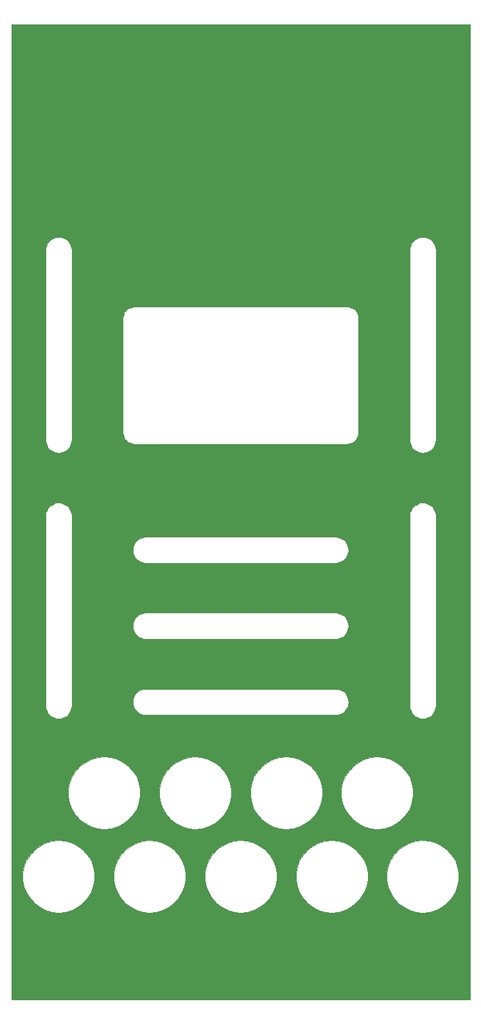
<source format=gbl>
G04 #@! TF.GenerationSoftware,KiCad,Pcbnew,(5.1.4)-1*
G04 #@! TF.CreationDate,2020-06-21T13:41:14+09:00*
G04 #@! TF.ProjectId,dooper-panel,646f6f70-6572-42d7-9061-6e656c2e6b69,rev?*
G04 #@! TF.SameCoordinates,Original*
G04 #@! TF.FileFunction,Copper,L2,Bot*
G04 #@! TF.FilePolarity,Positive*
%FSLAX46Y46*%
G04 Gerber Fmt 4.6, Leading zero omitted, Abs format (unit mm)*
G04 Created by KiCad (PCBNEW (5.1.4)-1) date 2020-06-21 13:41:14*
%MOMM*%
%LPD*%
G04 APERTURE LIST*
%ADD10O,8.000000X5.200000*%
%ADD11C,7.500000*%
%ADD12C,4.500000*%
%ADD13C,0.025400*%
G04 APERTURE END LIST*
D10*
X57401000Y-53000000D03*
X103101000Y-53000000D03*
D11*
X56250000Y-64750000D03*
X68250000Y-64750000D03*
X80250000Y-64750000D03*
X92250000Y-64750000D03*
X104250000Y-64750000D03*
X68250000Y-76250000D03*
X80250000Y-76250000D03*
X92250000Y-76250000D03*
D12*
X107250000Y-153250000D03*
X53250000Y-153250000D03*
D10*
X57401000Y-175500000D03*
X103101000Y-175500000D03*
D13*
G36*
X110462301Y-178462300D02*
G01*
X50037700Y-178462300D01*
X50037700Y-161811015D01*
X51512596Y-161811015D01*
X51512596Y-162688985D01*
X51673922Y-163552006D01*
X51991082Y-164370689D01*
X52453273Y-165117155D01*
X53044758Y-165765983D01*
X53745394Y-166295078D01*
X54531321Y-166686423D01*
X55375775Y-166926691D01*
X56250000Y-167007700D01*
X57124225Y-166926691D01*
X57968679Y-166686423D01*
X58754606Y-166295078D01*
X59455242Y-165765983D01*
X60046727Y-165117155D01*
X60508918Y-164370689D01*
X60826078Y-163552006D01*
X60987404Y-162688985D01*
X60987404Y-161811015D01*
X63512596Y-161811015D01*
X63512596Y-162688985D01*
X63673922Y-163552006D01*
X63991082Y-164370689D01*
X64453273Y-165117155D01*
X65044758Y-165765983D01*
X65745394Y-166295078D01*
X66531321Y-166686423D01*
X67375775Y-166926691D01*
X68250000Y-167007700D01*
X69124225Y-166926691D01*
X69968679Y-166686423D01*
X70754606Y-166295078D01*
X71455242Y-165765983D01*
X72046727Y-165117155D01*
X72508918Y-164370689D01*
X72826078Y-163552006D01*
X72987404Y-162688985D01*
X72987404Y-161811015D01*
X75512596Y-161811015D01*
X75512596Y-162688985D01*
X75673922Y-163552006D01*
X75991082Y-164370689D01*
X76453273Y-165117155D01*
X77044758Y-165765983D01*
X77745394Y-166295078D01*
X78531321Y-166686423D01*
X79375775Y-166926691D01*
X80250000Y-167007700D01*
X81124225Y-166926691D01*
X81968679Y-166686423D01*
X82754606Y-166295078D01*
X83455242Y-165765983D01*
X84046727Y-165117155D01*
X84508918Y-164370689D01*
X84826078Y-163552006D01*
X84987404Y-162688985D01*
X84987404Y-161811015D01*
X87512596Y-161811015D01*
X87512596Y-162688985D01*
X87673922Y-163552006D01*
X87991082Y-164370689D01*
X88453273Y-165117155D01*
X89044758Y-165765983D01*
X89745394Y-166295078D01*
X90531321Y-166686423D01*
X91375775Y-166926691D01*
X92250000Y-167007700D01*
X93124225Y-166926691D01*
X93968679Y-166686423D01*
X94754606Y-166295078D01*
X95455242Y-165765983D01*
X96046727Y-165117155D01*
X96508918Y-164370689D01*
X96826078Y-163552006D01*
X96987404Y-162688985D01*
X96987404Y-161811015D01*
X99512596Y-161811015D01*
X99512596Y-162688985D01*
X99673922Y-163552006D01*
X99991082Y-164370689D01*
X100453273Y-165117155D01*
X101044758Y-165765983D01*
X101745394Y-166295078D01*
X102531321Y-166686423D01*
X103375775Y-166926691D01*
X104250000Y-167007700D01*
X105124225Y-166926691D01*
X105968679Y-166686423D01*
X106754606Y-166295078D01*
X107455242Y-165765983D01*
X108046727Y-165117155D01*
X108508918Y-164370689D01*
X108826078Y-163552006D01*
X108987404Y-162688985D01*
X108987404Y-161811015D01*
X108826078Y-160947994D01*
X108508918Y-160129311D01*
X108046727Y-159382845D01*
X107455242Y-158734017D01*
X106754606Y-158204922D01*
X105968679Y-157813577D01*
X105124225Y-157573309D01*
X104250000Y-157492300D01*
X103375775Y-157573309D01*
X102531321Y-157813577D01*
X101745394Y-158204922D01*
X101044758Y-158734017D01*
X100453273Y-159382845D01*
X99991082Y-160129311D01*
X99673922Y-160947994D01*
X99512596Y-161811015D01*
X96987404Y-161811015D01*
X96826078Y-160947994D01*
X96508918Y-160129311D01*
X96046727Y-159382845D01*
X95455242Y-158734017D01*
X94754606Y-158204922D01*
X93968679Y-157813577D01*
X93124225Y-157573309D01*
X92250000Y-157492300D01*
X91375775Y-157573309D01*
X90531321Y-157813577D01*
X89745394Y-158204922D01*
X89044758Y-158734017D01*
X88453273Y-159382845D01*
X87991082Y-160129311D01*
X87673922Y-160947994D01*
X87512596Y-161811015D01*
X84987404Y-161811015D01*
X84826078Y-160947994D01*
X84508918Y-160129311D01*
X84046727Y-159382845D01*
X83455242Y-158734017D01*
X82754606Y-158204922D01*
X81968679Y-157813577D01*
X81124225Y-157573309D01*
X80250000Y-157492300D01*
X79375775Y-157573309D01*
X78531321Y-157813577D01*
X77745394Y-158204922D01*
X77044758Y-158734017D01*
X76453273Y-159382845D01*
X75991082Y-160129311D01*
X75673922Y-160947994D01*
X75512596Y-161811015D01*
X72987404Y-161811015D01*
X72826078Y-160947994D01*
X72508918Y-160129311D01*
X72046727Y-159382845D01*
X71455242Y-158734017D01*
X70754606Y-158204922D01*
X69968679Y-157813577D01*
X69124225Y-157573309D01*
X68250000Y-157492300D01*
X67375775Y-157573309D01*
X66531321Y-157813577D01*
X65745394Y-158204922D01*
X65044758Y-158734017D01*
X64453273Y-159382845D01*
X63991082Y-160129311D01*
X63673922Y-160947994D01*
X63512596Y-161811015D01*
X60987404Y-161811015D01*
X60826078Y-160947994D01*
X60508918Y-160129311D01*
X60046727Y-159382845D01*
X59455242Y-158734017D01*
X58754606Y-158204922D01*
X57968679Y-157813577D01*
X57124225Y-157573309D01*
X56250000Y-157492300D01*
X55375775Y-157573309D01*
X54531321Y-157813577D01*
X53745394Y-158204922D01*
X53044758Y-158734017D01*
X52453273Y-159382845D01*
X51991082Y-160129311D01*
X51673922Y-160947994D01*
X51512596Y-161811015D01*
X50037700Y-161811015D01*
X50037700Y-150811015D01*
X57512596Y-150811015D01*
X57512596Y-151688985D01*
X57673922Y-152552006D01*
X57991082Y-153370689D01*
X58453273Y-154117155D01*
X59044758Y-154765983D01*
X59745394Y-155295078D01*
X60531321Y-155686423D01*
X61375775Y-155926691D01*
X62250000Y-156007700D01*
X63124225Y-155926691D01*
X63968679Y-155686423D01*
X64754606Y-155295078D01*
X65455242Y-154765983D01*
X66046727Y-154117155D01*
X66508918Y-153370689D01*
X66826078Y-152552006D01*
X66987404Y-151688985D01*
X66987404Y-150811015D01*
X69512596Y-150811015D01*
X69512596Y-151688985D01*
X69673922Y-152552006D01*
X69991082Y-153370689D01*
X70453273Y-154117155D01*
X71044758Y-154765983D01*
X71745394Y-155295078D01*
X72531321Y-155686423D01*
X73375775Y-155926691D01*
X74250000Y-156007700D01*
X75124225Y-155926691D01*
X75968679Y-155686423D01*
X76754606Y-155295078D01*
X77455242Y-154765983D01*
X78046727Y-154117155D01*
X78508918Y-153370689D01*
X78826078Y-152552006D01*
X78987404Y-151688985D01*
X78987404Y-150811015D01*
X81512596Y-150811015D01*
X81512596Y-151688985D01*
X81673922Y-152552006D01*
X81991082Y-153370689D01*
X82453273Y-154117155D01*
X83044758Y-154765983D01*
X83745394Y-155295078D01*
X84531321Y-155686423D01*
X85375775Y-155926691D01*
X86250000Y-156007700D01*
X87124225Y-155926691D01*
X87968679Y-155686423D01*
X88754606Y-155295078D01*
X89455242Y-154765983D01*
X90046727Y-154117155D01*
X90508918Y-153370689D01*
X90826078Y-152552006D01*
X90987404Y-151688985D01*
X90987404Y-150811015D01*
X93512596Y-150811015D01*
X93512596Y-151688985D01*
X93673922Y-152552006D01*
X93991082Y-153370689D01*
X94453273Y-154117155D01*
X95044758Y-154765983D01*
X95745394Y-155295078D01*
X96531321Y-155686423D01*
X97375775Y-155926691D01*
X98250000Y-156007700D01*
X99124225Y-155926691D01*
X99968679Y-155686423D01*
X100754606Y-155295078D01*
X101455242Y-154765983D01*
X102046727Y-154117155D01*
X102508918Y-153370689D01*
X102826078Y-152552006D01*
X102987404Y-151688985D01*
X102987404Y-150811015D01*
X102826078Y-149947994D01*
X102508918Y-149129311D01*
X102046727Y-148382845D01*
X101455242Y-147734017D01*
X100754606Y-147204922D01*
X99968679Y-146813577D01*
X99124225Y-146573309D01*
X98250000Y-146492300D01*
X97375775Y-146573309D01*
X96531321Y-146813577D01*
X95745394Y-147204922D01*
X95044758Y-147734017D01*
X94453273Y-148382845D01*
X93991082Y-149129311D01*
X93673922Y-149947994D01*
X93512596Y-150811015D01*
X90987404Y-150811015D01*
X90826078Y-149947994D01*
X90508918Y-149129311D01*
X90046727Y-148382845D01*
X89455242Y-147734017D01*
X88754606Y-147204922D01*
X87968679Y-146813577D01*
X87124225Y-146573309D01*
X86250000Y-146492300D01*
X85375775Y-146573309D01*
X84531321Y-146813577D01*
X83745394Y-147204922D01*
X83044758Y-147734017D01*
X82453273Y-148382845D01*
X81991082Y-149129311D01*
X81673922Y-149947994D01*
X81512596Y-150811015D01*
X78987404Y-150811015D01*
X78826078Y-149947994D01*
X78508918Y-149129311D01*
X78046727Y-148382845D01*
X77455242Y-147734017D01*
X76754606Y-147204922D01*
X75968679Y-146813577D01*
X75124225Y-146573309D01*
X74250000Y-146492300D01*
X73375775Y-146573309D01*
X72531321Y-146813577D01*
X71745394Y-147204922D01*
X71044758Y-147734017D01*
X70453273Y-148382845D01*
X69991082Y-149129311D01*
X69673922Y-149947994D01*
X69512596Y-150811015D01*
X66987404Y-150811015D01*
X66826078Y-149947994D01*
X66508918Y-149129311D01*
X66046727Y-148382845D01*
X65455242Y-147734017D01*
X64754606Y-147204922D01*
X63968679Y-146813577D01*
X63124225Y-146573309D01*
X62250000Y-146492300D01*
X61375775Y-146573309D01*
X60531321Y-146813577D01*
X59745394Y-147204922D01*
X59044758Y-147734017D01*
X58453273Y-148382845D01*
X57991082Y-149129311D01*
X57673922Y-149947994D01*
X57512596Y-150811015D01*
X50037700Y-150811015D01*
X50037700Y-114665861D01*
X54537300Y-114665861D01*
X54537301Y-139834140D01*
X54562082Y-140085748D01*
X54660016Y-140408593D01*
X54819053Y-140706129D01*
X55033079Y-140966922D01*
X55293872Y-141180948D01*
X55591408Y-141339985D01*
X55914253Y-141437919D01*
X56250000Y-141470987D01*
X56585748Y-141437919D01*
X56908593Y-141339985D01*
X57206129Y-141180948D01*
X57466922Y-140966922D01*
X57680948Y-140706129D01*
X57839985Y-140408593D01*
X57937919Y-140085748D01*
X57962700Y-139834140D01*
X57962700Y-139250000D01*
X66029013Y-139250000D01*
X66062081Y-139585748D01*
X66160015Y-139908593D01*
X66319052Y-140206129D01*
X66533078Y-140466922D01*
X66793871Y-140680948D01*
X67091407Y-140839985D01*
X67414252Y-140937919D01*
X67665860Y-140962700D01*
X92834140Y-140962700D01*
X93085748Y-140937919D01*
X93408593Y-140839985D01*
X93706129Y-140680948D01*
X93966922Y-140466922D01*
X94180948Y-140206129D01*
X94339985Y-139908593D01*
X94362570Y-139834139D01*
X102537300Y-139834139D01*
X102562081Y-140085747D01*
X102660015Y-140408592D01*
X102819052Y-140706128D01*
X103033078Y-140966922D01*
X103293871Y-141180948D01*
X103591407Y-141339985D01*
X103914252Y-141437919D01*
X104250000Y-141470987D01*
X104585747Y-141437919D01*
X104908592Y-141339985D01*
X105206128Y-141180948D01*
X105466922Y-140966922D01*
X105680948Y-140706129D01*
X105839985Y-140408593D01*
X105937919Y-140085748D01*
X105962700Y-139834140D01*
X105962700Y-114665860D01*
X105937919Y-114414252D01*
X105839985Y-114091407D01*
X105680948Y-113793871D01*
X105466922Y-113533078D01*
X105206129Y-113319052D01*
X104908593Y-113160015D01*
X104585748Y-113062081D01*
X104250000Y-113029013D01*
X103914253Y-113062081D01*
X103591408Y-113160015D01*
X103293872Y-113319052D01*
X103033079Y-113533078D01*
X102819053Y-113793871D01*
X102660016Y-114091407D01*
X102562082Y-114414252D01*
X102537301Y-114665860D01*
X102537300Y-139834139D01*
X94362570Y-139834139D01*
X94437919Y-139585748D01*
X94470987Y-139250000D01*
X94437919Y-138914252D01*
X94339985Y-138591407D01*
X94180948Y-138293871D01*
X93966922Y-138033078D01*
X93706129Y-137819052D01*
X93408593Y-137660015D01*
X93085748Y-137562081D01*
X92834140Y-137537300D01*
X67665860Y-137537300D01*
X67414252Y-137562081D01*
X67091407Y-137660015D01*
X66793871Y-137819052D01*
X66533078Y-138033078D01*
X66319052Y-138293871D01*
X66160015Y-138591407D01*
X66062081Y-138914252D01*
X66029013Y-139250000D01*
X57962700Y-139250000D01*
X57962700Y-129250000D01*
X66029013Y-129250000D01*
X66062081Y-129585748D01*
X66160015Y-129908593D01*
X66319052Y-130206129D01*
X66533078Y-130466922D01*
X66793871Y-130680948D01*
X67091407Y-130839985D01*
X67414252Y-130937919D01*
X67665860Y-130962700D01*
X92834140Y-130962700D01*
X93085748Y-130937919D01*
X93408593Y-130839985D01*
X93706129Y-130680948D01*
X93966922Y-130466922D01*
X94180948Y-130206129D01*
X94339985Y-129908593D01*
X94437919Y-129585748D01*
X94470987Y-129250000D01*
X94437919Y-128914252D01*
X94339985Y-128591407D01*
X94180948Y-128293871D01*
X93966922Y-128033078D01*
X93706129Y-127819052D01*
X93408593Y-127660015D01*
X93085748Y-127562081D01*
X92834140Y-127537300D01*
X67665860Y-127537300D01*
X67414252Y-127562081D01*
X67091407Y-127660015D01*
X66793871Y-127819052D01*
X66533078Y-128033078D01*
X66319052Y-128293871D01*
X66160015Y-128591407D01*
X66062081Y-128914252D01*
X66029013Y-129250000D01*
X57962700Y-129250000D01*
X57962700Y-119250000D01*
X66029013Y-119250000D01*
X66062081Y-119585748D01*
X66160015Y-119908593D01*
X66319052Y-120206129D01*
X66533078Y-120466922D01*
X66793871Y-120680948D01*
X67091407Y-120839985D01*
X67414252Y-120937919D01*
X67665860Y-120962700D01*
X92834140Y-120962700D01*
X93085748Y-120937919D01*
X93408593Y-120839985D01*
X93706129Y-120680948D01*
X93966922Y-120466922D01*
X94180948Y-120206129D01*
X94339985Y-119908593D01*
X94437919Y-119585748D01*
X94470987Y-119250000D01*
X94437919Y-118914252D01*
X94339985Y-118591407D01*
X94180948Y-118293871D01*
X93966922Y-118033078D01*
X93706129Y-117819052D01*
X93408593Y-117660015D01*
X93085748Y-117562081D01*
X92834140Y-117537300D01*
X67665860Y-117537300D01*
X67414252Y-117562081D01*
X67091407Y-117660015D01*
X66793871Y-117819052D01*
X66533078Y-118033078D01*
X66319052Y-118293871D01*
X66160015Y-118591407D01*
X66062081Y-118914252D01*
X66029013Y-119250000D01*
X57962700Y-119250000D01*
X57962700Y-114665860D01*
X57937919Y-114414252D01*
X57839985Y-114091407D01*
X57680948Y-113793871D01*
X57466922Y-113533078D01*
X57206128Y-113319052D01*
X56908592Y-113160015D01*
X56585747Y-113062081D01*
X56250000Y-113029013D01*
X55914252Y-113062081D01*
X55591407Y-113160015D01*
X55293871Y-113319052D01*
X55033078Y-113533078D01*
X54819052Y-113793872D01*
X54660015Y-114091408D01*
X54562081Y-114414253D01*
X54537300Y-114665861D01*
X50037700Y-114665861D01*
X50037700Y-79665861D01*
X54537300Y-79665861D01*
X54537301Y-104834140D01*
X54562082Y-105085748D01*
X54660016Y-105408593D01*
X54819053Y-105706129D01*
X55033079Y-105966922D01*
X55293872Y-106180948D01*
X55591408Y-106339985D01*
X55914253Y-106437919D01*
X56250000Y-106470987D01*
X56585748Y-106437919D01*
X56908593Y-106339985D01*
X57206129Y-106180948D01*
X57466922Y-105966922D01*
X57680948Y-105706129D01*
X57839985Y-105408593D01*
X57937919Y-105085748D01*
X57962700Y-104834140D01*
X57962700Y-88748153D01*
X64712300Y-88748153D01*
X64712301Y-103749867D01*
X64712300Y-103750133D01*
X64712301Y-103750416D01*
X64712301Y-103751848D01*
X64712306Y-103751901D01*
X64712337Y-103760605D01*
X64712504Y-103762252D01*
X64712493Y-103763889D01*
X64712544Y-103764413D01*
X64743144Y-104055558D01*
X64743827Y-104058889D01*
X64744471Y-104062262D01*
X64744623Y-104062765D01*
X64831191Y-104342421D01*
X64832529Y-104345603D01*
X64833796Y-104348739D01*
X64834042Y-104349204D01*
X64973281Y-104606720D01*
X64975193Y-104609554D01*
X64977063Y-104612412D01*
X64977396Y-104612820D01*
X65164001Y-104838387D01*
X65166422Y-104840791D01*
X65168816Y-104843236D01*
X65169221Y-104843571D01*
X65396086Y-105028597D01*
X65398902Y-105030468D01*
X65401751Y-105032419D01*
X65402214Y-105032669D01*
X65660695Y-105170106D01*
X65663854Y-105171408D01*
X65666995Y-105172754D01*
X65667497Y-105172910D01*
X65947752Y-105257524D01*
X65951110Y-105258189D01*
X65954446Y-105258898D01*
X65954969Y-105258953D01*
X66246321Y-105287520D01*
X66246325Y-105287520D01*
X66248152Y-105287700D01*
X94251848Y-105287700D01*
X94251912Y-105287694D01*
X94260605Y-105287663D01*
X94262252Y-105287496D01*
X94263889Y-105287507D01*
X94264413Y-105287456D01*
X94555558Y-105256856D01*
X94558889Y-105256173D01*
X94562262Y-105255529D01*
X94562763Y-105255378D01*
X94562769Y-105255376D01*
X94842421Y-105168809D01*
X94845603Y-105167471D01*
X94848739Y-105166204D01*
X94849204Y-105165958D01*
X95106720Y-105026719D01*
X95109554Y-105024807D01*
X95112412Y-105022937D01*
X95112820Y-105022604D01*
X95338387Y-104835999D01*
X95340233Y-104834139D01*
X102537300Y-104834139D01*
X102562081Y-105085747D01*
X102660015Y-105408592D01*
X102819052Y-105706128D01*
X103033078Y-105966922D01*
X103293871Y-106180948D01*
X103591407Y-106339985D01*
X103914252Y-106437919D01*
X104250000Y-106470987D01*
X104585747Y-106437919D01*
X104908592Y-106339985D01*
X105206128Y-106180948D01*
X105466922Y-105966922D01*
X105680948Y-105706129D01*
X105839985Y-105408593D01*
X105937919Y-105085748D01*
X105962700Y-104834140D01*
X105962700Y-79665860D01*
X105937919Y-79414252D01*
X105839985Y-79091407D01*
X105680948Y-78793871D01*
X105466922Y-78533078D01*
X105206129Y-78319052D01*
X104908593Y-78160015D01*
X104585748Y-78062081D01*
X104250000Y-78029013D01*
X103914253Y-78062081D01*
X103591408Y-78160015D01*
X103293872Y-78319052D01*
X103033079Y-78533078D01*
X102819053Y-78793871D01*
X102660016Y-79091407D01*
X102562082Y-79414252D01*
X102537301Y-79665860D01*
X102537300Y-104834139D01*
X95340233Y-104834139D01*
X95340791Y-104833578D01*
X95343236Y-104831184D01*
X95343571Y-104830779D01*
X95528597Y-104603914D01*
X95530468Y-104601098D01*
X95532419Y-104598249D01*
X95532669Y-104597786D01*
X95670106Y-104339305D01*
X95671408Y-104336146D01*
X95672754Y-104333005D01*
X95672910Y-104332503D01*
X95757524Y-104052248D01*
X95758189Y-104048890D01*
X95758898Y-104045554D01*
X95758953Y-104045031D01*
X95787520Y-103753679D01*
X95787520Y-103753675D01*
X95787700Y-103751848D01*
X95787700Y-88748152D01*
X95787694Y-88748088D01*
X95787663Y-88739395D01*
X95787496Y-88737755D01*
X95787508Y-88736111D01*
X95787457Y-88735588D01*
X95756856Y-88444442D01*
X95756174Y-88441118D01*
X95755529Y-88437738D01*
X95755377Y-88437235D01*
X95668809Y-88157579D01*
X95667477Y-88154410D01*
X95666204Y-88151260D01*
X95665958Y-88150796D01*
X95526719Y-87893280D01*
X95524807Y-87890446D01*
X95522937Y-87887588D01*
X95522604Y-87887180D01*
X95335999Y-87661613D01*
X95333578Y-87659209D01*
X95331184Y-87656764D01*
X95330779Y-87656429D01*
X95103915Y-87471403D01*
X95101080Y-87469520D01*
X95098249Y-87467581D01*
X95097786Y-87467331D01*
X94839305Y-87329894D01*
X94836146Y-87328592D01*
X94833005Y-87327246D01*
X94832503Y-87327090D01*
X94552249Y-87242476D01*
X94548876Y-87241808D01*
X94545554Y-87241102D01*
X94545031Y-87241047D01*
X94253679Y-87212480D01*
X94253674Y-87212480D01*
X94251847Y-87212300D01*
X66248153Y-87212300D01*
X66248089Y-87212306D01*
X66239395Y-87212337D01*
X66237755Y-87212504D01*
X66236111Y-87212492D01*
X66235588Y-87212543D01*
X65944442Y-87243144D01*
X65941118Y-87243826D01*
X65937738Y-87244471D01*
X65937235Y-87244623D01*
X65657579Y-87331191D01*
X65654410Y-87332523D01*
X65651260Y-87333796D01*
X65650796Y-87334042D01*
X65393280Y-87473281D01*
X65390446Y-87475193D01*
X65387588Y-87477063D01*
X65387180Y-87477396D01*
X65161613Y-87664001D01*
X65159209Y-87666422D01*
X65156764Y-87668816D01*
X65156429Y-87669221D01*
X64971403Y-87896085D01*
X64969520Y-87898920D01*
X64967581Y-87901751D01*
X64967331Y-87902214D01*
X64829894Y-88160695D01*
X64828592Y-88163854D01*
X64827246Y-88166995D01*
X64827090Y-88167497D01*
X64742476Y-88447751D01*
X64741808Y-88451124D01*
X64741102Y-88454446D01*
X64741047Y-88454969D01*
X64712480Y-88746321D01*
X64712300Y-88748153D01*
X57962700Y-88748153D01*
X57962700Y-79665860D01*
X57937919Y-79414252D01*
X57839985Y-79091407D01*
X57680948Y-78793871D01*
X57466922Y-78533078D01*
X57206128Y-78319052D01*
X56908592Y-78160015D01*
X56585747Y-78062081D01*
X56250000Y-78029013D01*
X55914252Y-78062081D01*
X55591407Y-78160015D01*
X55293871Y-78319052D01*
X55033078Y-78533078D01*
X54819052Y-78793872D01*
X54660015Y-79091408D01*
X54562081Y-79414253D01*
X54537300Y-79665861D01*
X50037700Y-79665861D01*
X50037700Y-50037700D01*
X110462300Y-50037700D01*
X110462301Y-178462300D01*
X110462301Y-178462300D01*
G37*
X110462301Y-178462300D02*
X50037700Y-178462300D01*
X50037700Y-161811015D01*
X51512596Y-161811015D01*
X51512596Y-162688985D01*
X51673922Y-163552006D01*
X51991082Y-164370689D01*
X52453273Y-165117155D01*
X53044758Y-165765983D01*
X53745394Y-166295078D01*
X54531321Y-166686423D01*
X55375775Y-166926691D01*
X56250000Y-167007700D01*
X57124225Y-166926691D01*
X57968679Y-166686423D01*
X58754606Y-166295078D01*
X59455242Y-165765983D01*
X60046727Y-165117155D01*
X60508918Y-164370689D01*
X60826078Y-163552006D01*
X60987404Y-162688985D01*
X60987404Y-161811015D01*
X63512596Y-161811015D01*
X63512596Y-162688985D01*
X63673922Y-163552006D01*
X63991082Y-164370689D01*
X64453273Y-165117155D01*
X65044758Y-165765983D01*
X65745394Y-166295078D01*
X66531321Y-166686423D01*
X67375775Y-166926691D01*
X68250000Y-167007700D01*
X69124225Y-166926691D01*
X69968679Y-166686423D01*
X70754606Y-166295078D01*
X71455242Y-165765983D01*
X72046727Y-165117155D01*
X72508918Y-164370689D01*
X72826078Y-163552006D01*
X72987404Y-162688985D01*
X72987404Y-161811015D01*
X75512596Y-161811015D01*
X75512596Y-162688985D01*
X75673922Y-163552006D01*
X75991082Y-164370689D01*
X76453273Y-165117155D01*
X77044758Y-165765983D01*
X77745394Y-166295078D01*
X78531321Y-166686423D01*
X79375775Y-166926691D01*
X80250000Y-167007700D01*
X81124225Y-166926691D01*
X81968679Y-166686423D01*
X82754606Y-166295078D01*
X83455242Y-165765983D01*
X84046727Y-165117155D01*
X84508918Y-164370689D01*
X84826078Y-163552006D01*
X84987404Y-162688985D01*
X84987404Y-161811015D01*
X87512596Y-161811015D01*
X87512596Y-162688985D01*
X87673922Y-163552006D01*
X87991082Y-164370689D01*
X88453273Y-165117155D01*
X89044758Y-165765983D01*
X89745394Y-166295078D01*
X90531321Y-166686423D01*
X91375775Y-166926691D01*
X92250000Y-167007700D01*
X93124225Y-166926691D01*
X93968679Y-166686423D01*
X94754606Y-166295078D01*
X95455242Y-165765983D01*
X96046727Y-165117155D01*
X96508918Y-164370689D01*
X96826078Y-163552006D01*
X96987404Y-162688985D01*
X96987404Y-161811015D01*
X99512596Y-161811015D01*
X99512596Y-162688985D01*
X99673922Y-163552006D01*
X99991082Y-164370689D01*
X100453273Y-165117155D01*
X101044758Y-165765983D01*
X101745394Y-166295078D01*
X102531321Y-166686423D01*
X103375775Y-166926691D01*
X104250000Y-167007700D01*
X105124225Y-166926691D01*
X105968679Y-166686423D01*
X106754606Y-166295078D01*
X107455242Y-165765983D01*
X108046727Y-165117155D01*
X108508918Y-164370689D01*
X108826078Y-163552006D01*
X108987404Y-162688985D01*
X108987404Y-161811015D01*
X108826078Y-160947994D01*
X108508918Y-160129311D01*
X108046727Y-159382845D01*
X107455242Y-158734017D01*
X106754606Y-158204922D01*
X105968679Y-157813577D01*
X105124225Y-157573309D01*
X104250000Y-157492300D01*
X103375775Y-157573309D01*
X102531321Y-157813577D01*
X101745394Y-158204922D01*
X101044758Y-158734017D01*
X100453273Y-159382845D01*
X99991082Y-160129311D01*
X99673922Y-160947994D01*
X99512596Y-161811015D01*
X96987404Y-161811015D01*
X96826078Y-160947994D01*
X96508918Y-160129311D01*
X96046727Y-159382845D01*
X95455242Y-158734017D01*
X94754606Y-158204922D01*
X93968679Y-157813577D01*
X93124225Y-157573309D01*
X92250000Y-157492300D01*
X91375775Y-157573309D01*
X90531321Y-157813577D01*
X89745394Y-158204922D01*
X89044758Y-158734017D01*
X88453273Y-159382845D01*
X87991082Y-160129311D01*
X87673922Y-160947994D01*
X87512596Y-161811015D01*
X84987404Y-161811015D01*
X84826078Y-160947994D01*
X84508918Y-160129311D01*
X84046727Y-159382845D01*
X83455242Y-158734017D01*
X82754606Y-158204922D01*
X81968679Y-157813577D01*
X81124225Y-157573309D01*
X80250000Y-157492300D01*
X79375775Y-157573309D01*
X78531321Y-157813577D01*
X77745394Y-158204922D01*
X77044758Y-158734017D01*
X76453273Y-159382845D01*
X75991082Y-160129311D01*
X75673922Y-160947994D01*
X75512596Y-161811015D01*
X72987404Y-161811015D01*
X72826078Y-160947994D01*
X72508918Y-160129311D01*
X72046727Y-159382845D01*
X71455242Y-158734017D01*
X70754606Y-158204922D01*
X69968679Y-157813577D01*
X69124225Y-157573309D01*
X68250000Y-157492300D01*
X67375775Y-157573309D01*
X66531321Y-157813577D01*
X65745394Y-158204922D01*
X65044758Y-158734017D01*
X64453273Y-159382845D01*
X63991082Y-160129311D01*
X63673922Y-160947994D01*
X63512596Y-161811015D01*
X60987404Y-161811015D01*
X60826078Y-160947994D01*
X60508918Y-160129311D01*
X60046727Y-159382845D01*
X59455242Y-158734017D01*
X58754606Y-158204922D01*
X57968679Y-157813577D01*
X57124225Y-157573309D01*
X56250000Y-157492300D01*
X55375775Y-157573309D01*
X54531321Y-157813577D01*
X53745394Y-158204922D01*
X53044758Y-158734017D01*
X52453273Y-159382845D01*
X51991082Y-160129311D01*
X51673922Y-160947994D01*
X51512596Y-161811015D01*
X50037700Y-161811015D01*
X50037700Y-150811015D01*
X57512596Y-150811015D01*
X57512596Y-151688985D01*
X57673922Y-152552006D01*
X57991082Y-153370689D01*
X58453273Y-154117155D01*
X59044758Y-154765983D01*
X59745394Y-155295078D01*
X60531321Y-155686423D01*
X61375775Y-155926691D01*
X62250000Y-156007700D01*
X63124225Y-155926691D01*
X63968679Y-155686423D01*
X64754606Y-155295078D01*
X65455242Y-154765983D01*
X66046727Y-154117155D01*
X66508918Y-153370689D01*
X66826078Y-152552006D01*
X66987404Y-151688985D01*
X66987404Y-150811015D01*
X69512596Y-150811015D01*
X69512596Y-151688985D01*
X69673922Y-152552006D01*
X69991082Y-153370689D01*
X70453273Y-154117155D01*
X71044758Y-154765983D01*
X71745394Y-155295078D01*
X72531321Y-155686423D01*
X73375775Y-155926691D01*
X74250000Y-156007700D01*
X75124225Y-155926691D01*
X75968679Y-155686423D01*
X76754606Y-155295078D01*
X77455242Y-154765983D01*
X78046727Y-154117155D01*
X78508918Y-153370689D01*
X78826078Y-152552006D01*
X78987404Y-151688985D01*
X78987404Y-150811015D01*
X81512596Y-150811015D01*
X81512596Y-151688985D01*
X81673922Y-152552006D01*
X81991082Y-153370689D01*
X82453273Y-154117155D01*
X83044758Y-154765983D01*
X83745394Y-155295078D01*
X84531321Y-155686423D01*
X85375775Y-155926691D01*
X86250000Y-156007700D01*
X87124225Y-155926691D01*
X87968679Y-155686423D01*
X88754606Y-155295078D01*
X89455242Y-154765983D01*
X90046727Y-154117155D01*
X90508918Y-153370689D01*
X90826078Y-152552006D01*
X90987404Y-151688985D01*
X90987404Y-150811015D01*
X93512596Y-150811015D01*
X93512596Y-151688985D01*
X93673922Y-152552006D01*
X93991082Y-153370689D01*
X94453273Y-154117155D01*
X95044758Y-154765983D01*
X95745394Y-155295078D01*
X96531321Y-155686423D01*
X97375775Y-155926691D01*
X98250000Y-156007700D01*
X99124225Y-155926691D01*
X99968679Y-155686423D01*
X100754606Y-155295078D01*
X101455242Y-154765983D01*
X102046727Y-154117155D01*
X102508918Y-153370689D01*
X102826078Y-152552006D01*
X102987404Y-151688985D01*
X102987404Y-150811015D01*
X102826078Y-149947994D01*
X102508918Y-149129311D01*
X102046727Y-148382845D01*
X101455242Y-147734017D01*
X100754606Y-147204922D01*
X99968679Y-146813577D01*
X99124225Y-146573309D01*
X98250000Y-146492300D01*
X97375775Y-146573309D01*
X96531321Y-146813577D01*
X95745394Y-147204922D01*
X95044758Y-147734017D01*
X94453273Y-148382845D01*
X93991082Y-149129311D01*
X93673922Y-149947994D01*
X93512596Y-150811015D01*
X90987404Y-150811015D01*
X90826078Y-149947994D01*
X90508918Y-149129311D01*
X90046727Y-148382845D01*
X89455242Y-147734017D01*
X88754606Y-147204922D01*
X87968679Y-146813577D01*
X87124225Y-146573309D01*
X86250000Y-146492300D01*
X85375775Y-146573309D01*
X84531321Y-146813577D01*
X83745394Y-147204922D01*
X83044758Y-147734017D01*
X82453273Y-148382845D01*
X81991082Y-149129311D01*
X81673922Y-149947994D01*
X81512596Y-150811015D01*
X78987404Y-150811015D01*
X78826078Y-149947994D01*
X78508918Y-149129311D01*
X78046727Y-148382845D01*
X77455242Y-147734017D01*
X76754606Y-147204922D01*
X75968679Y-146813577D01*
X75124225Y-146573309D01*
X74250000Y-146492300D01*
X73375775Y-146573309D01*
X72531321Y-146813577D01*
X71745394Y-147204922D01*
X71044758Y-147734017D01*
X70453273Y-148382845D01*
X69991082Y-149129311D01*
X69673922Y-149947994D01*
X69512596Y-150811015D01*
X66987404Y-150811015D01*
X66826078Y-149947994D01*
X66508918Y-149129311D01*
X66046727Y-148382845D01*
X65455242Y-147734017D01*
X64754606Y-147204922D01*
X63968679Y-146813577D01*
X63124225Y-146573309D01*
X62250000Y-146492300D01*
X61375775Y-146573309D01*
X60531321Y-146813577D01*
X59745394Y-147204922D01*
X59044758Y-147734017D01*
X58453273Y-148382845D01*
X57991082Y-149129311D01*
X57673922Y-149947994D01*
X57512596Y-150811015D01*
X50037700Y-150811015D01*
X50037700Y-114665861D01*
X54537300Y-114665861D01*
X54537301Y-139834140D01*
X54562082Y-140085748D01*
X54660016Y-140408593D01*
X54819053Y-140706129D01*
X55033079Y-140966922D01*
X55293872Y-141180948D01*
X55591408Y-141339985D01*
X55914253Y-141437919D01*
X56250000Y-141470987D01*
X56585748Y-141437919D01*
X56908593Y-141339985D01*
X57206129Y-141180948D01*
X57466922Y-140966922D01*
X57680948Y-140706129D01*
X57839985Y-140408593D01*
X57937919Y-140085748D01*
X57962700Y-139834140D01*
X57962700Y-139250000D01*
X66029013Y-139250000D01*
X66062081Y-139585748D01*
X66160015Y-139908593D01*
X66319052Y-140206129D01*
X66533078Y-140466922D01*
X66793871Y-140680948D01*
X67091407Y-140839985D01*
X67414252Y-140937919D01*
X67665860Y-140962700D01*
X92834140Y-140962700D01*
X93085748Y-140937919D01*
X93408593Y-140839985D01*
X93706129Y-140680948D01*
X93966922Y-140466922D01*
X94180948Y-140206129D01*
X94339985Y-139908593D01*
X94362570Y-139834139D01*
X102537300Y-139834139D01*
X102562081Y-140085747D01*
X102660015Y-140408592D01*
X102819052Y-140706128D01*
X103033078Y-140966922D01*
X103293871Y-141180948D01*
X103591407Y-141339985D01*
X103914252Y-141437919D01*
X104250000Y-141470987D01*
X104585747Y-141437919D01*
X104908592Y-141339985D01*
X105206128Y-141180948D01*
X105466922Y-140966922D01*
X105680948Y-140706129D01*
X105839985Y-140408593D01*
X105937919Y-140085748D01*
X105962700Y-139834140D01*
X105962700Y-114665860D01*
X105937919Y-114414252D01*
X105839985Y-114091407D01*
X105680948Y-113793871D01*
X105466922Y-113533078D01*
X105206129Y-113319052D01*
X104908593Y-113160015D01*
X104585748Y-113062081D01*
X104250000Y-113029013D01*
X103914253Y-113062081D01*
X103591408Y-113160015D01*
X103293872Y-113319052D01*
X103033079Y-113533078D01*
X102819053Y-113793871D01*
X102660016Y-114091407D01*
X102562082Y-114414252D01*
X102537301Y-114665860D01*
X102537300Y-139834139D01*
X94362570Y-139834139D01*
X94437919Y-139585748D01*
X94470987Y-139250000D01*
X94437919Y-138914252D01*
X94339985Y-138591407D01*
X94180948Y-138293871D01*
X93966922Y-138033078D01*
X93706129Y-137819052D01*
X93408593Y-137660015D01*
X93085748Y-137562081D01*
X92834140Y-137537300D01*
X67665860Y-137537300D01*
X67414252Y-137562081D01*
X67091407Y-137660015D01*
X66793871Y-137819052D01*
X66533078Y-138033078D01*
X66319052Y-138293871D01*
X66160015Y-138591407D01*
X66062081Y-138914252D01*
X66029013Y-139250000D01*
X57962700Y-139250000D01*
X57962700Y-129250000D01*
X66029013Y-129250000D01*
X66062081Y-129585748D01*
X66160015Y-129908593D01*
X66319052Y-130206129D01*
X66533078Y-130466922D01*
X66793871Y-130680948D01*
X67091407Y-130839985D01*
X67414252Y-130937919D01*
X67665860Y-130962700D01*
X92834140Y-130962700D01*
X93085748Y-130937919D01*
X93408593Y-130839985D01*
X93706129Y-130680948D01*
X93966922Y-130466922D01*
X94180948Y-130206129D01*
X94339985Y-129908593D01*
X94437919Y-129585748D01*
X94470987Y-129250000D01*
X94437919Y-128914252D01*
X94339985Y-128591407D01*
X94180948Y-128293871D01*
X93966922Y-128033078D01*
X93706129Y-127819052D01*
X93408593Y-127660015D01*
X93085748Y-127562081D01*
X92834140Y-127537300D01*
X67665860Y-127537300D01*
X67414252Y-127562081D01*
X67091407Y-127660015D01*
X66793871Y-127819052D01*
X66533078Y-128033078D01*
X66319052Y-128293871D01*
X66160015Y-128591407D01*
X66062081Y-128914252D01*
X66029013Y-129250000D01*
X57962700Y-129250000D01*
X57962700Y-119250000D01*
X66029013Y-119250000D01*
X66062081Y-119585748D01*
X66160015Y-119908593D01*
X66319052Y-120206129D01*
X66533078Y-120466922D01*
X66793871Y-120680948D01*
X67091407Y-120839985D01*
X67414252Y-120937919D01*
X67665860Y-120962700D01*
X92834140Y-120962700D01*
X93085748Y-120937919D01*
X93408593Y-120839985D01*
X93706129Y-120680948D01*
X93966922Y-120466922D01*
X94180948Y-120206129D01*
X94339985Y-119908593D01*
X94437919Y-119585748D01*
X94470987Y-119250000D01*
X94437919Y-118914252D01*
X94339985Y-118591407D01*
X94180948Y-118293871D01*
X93966922Y-118033078D01*
X93706129Y-117819052D01*
X93408593Y-117660015D01*
X93085748Y-117562081D01*
X92834140Y-117537300D01*
X67665860Y-117537300D01*
X67414252Y-117562081D01*
X67091407Y-117660015D01*
X66793871Y-117819052D01*
X66533078Y-118033078D01*
X66319052Y-118293871D01*
X66160015Y-118591407D01*
X66062081Y-118914252D01*
X66029013Y-119250000D01*
X57962700Y-119250000D01*
X57962700Y-114665860D01*
X57937919Y-114414252D01*
X57839985Y-114091407D01*
X57680948Y-113793871D01*
X57466922Y-113533078D01*
X57206128Y-113319052D01*
X56908592Y-113160015D01*
X56585747Y-113062081D01*
X56250000Y-113029013D01*
X55914252Y-113062081D01*
X55591407Y-113160015D01*
X55293871Y-113319052D01*
X55033078Y-113533078D01*
X54819052Y-113793872D01*
X54660015Y-114091408D01*
X54562081Y-114414253D01*
X54537300Y-114665861D01*
X50037700Y-114665861D01*
X50037700Y-79665861D01*
X54537300Y-79665861D01*
X54537301Y-104834140D01*
X54562082Y-105085748D01*
X54660016Y-105408593D01*
X54819053Y-105706129D01*
X55033079Y-105966922D01*
X55293872Y-106180948D01*
X55591408Y-106339985D01*
X55914253Y-106437919D01*
X56250000Y-106470987D01*
X56585748Y-106437919D01*
X56908593Y-106339985D01*
X57206129Y-106180948D01*
X57466922Y-105966922D01*
X57680948Y-105706129D01*
X57839985Y-105408593D01*
X57937919Y-105085748D01*
X57962700Y-104834140D01*
X57962700Y-88748153D01*
X64712300Y-88748153D01*
X64712301Y-103749867D01*
X64712300Y-103750133D01*
X64712301Y-103750416D01*
X64712301Y-103751848D01*
X64712306Y-103751901D01*
X64712337Y-103760605D01*
X64712504Y-103762252D01*
X64712493Y-103763889D01*
X64712544Y-103764413D01*
X64743144Y-104055558D01*
X64743827Y-104058889D01*
X64744471Y-104062262D01*
X64744623Y-104062765D01*
X64831191Y-104342421D01*
X64832529Y-104345603D01*
X64833796Y-104348739D01*
X64834042Y-104349204D01*
X64973281Y-104606720D01*
X64975193Y-104609554D01*
X64977063Y-104612412D01*
X64977396Y-104612820D01*
X65164001Y-104838387D01*
X65166422Y-104840791D01*
X65168816Y-104843236D01*
X65169221Y-104843571D01*
X65396086Y-105028597D01*
X65398902Y-105030468D01*
X65401751Y-105032419D01*
X65402214Y-105032669D01*
X65660695Y-105170106D01*
X65663854Y-105171408D01*
X65666995Y-105172754D01*
X65667497Y-105172910D01*
X65947752Y-105257524D01*
X65951110Y-105258189D01*
X65954446Y-105258898D01*
X65954969Y-105258953D01*
X66246321Y-105287520D01*
X66246325Y-105287520D01*
X66248152Y-105287700D01*
X94251848Y-105287700D01*
X94251912Y-105287694D01*
X94260605Y-105287663D01*
X94262252Y-105287496D01*
X94263889Y-105287507D01*
X94264413Y-105287456D01*
X94555558Y-105256856D01*
X94558889Y-105256173D01*
X94562262Y-105255529D01*
X94562763Y-105255378D01*
X94562769Y-105255376D01*
X94842421Y-105168809D01*
X94845603Y-105167471D01*
X94848739Y-105166204D01*
X94849204Y-105165958D01*
X95106720Y-105026719D01*
X95109554Y-105024807D01*
X95112412Y-105022937D01*
X95112820Y-105022604D01*
X95338387Y-104835999D01*
X95340233Y-104834139D01*
X102537300Y-104834139D01*
X102562081Y-105085747D01*
X102660015Y-105408592D01*
X102819052Y-105706128D01*
X103033078Y-105966922D01*
X103293871Y-106180948D01*
X103591407Y-106339985D01*
X103914252Y-106437919D01*
X104250000Y-106470987D01*
X104585747Y-106437919D01*
X104908592Y-106339985D01*
X105206128Y-106180948D01*
X105466922Y-105966922D01*
X105680948Y-105706129D01*
X105839985Y-105408593D01*
X105937919Y-105085748D01*
X105962700Y-104834140D01*
X105962700Y-79665860D01*
X105937919Y-79414252D01*
X105839985Y-79091407D01*
X105680948Y-78793871D01*
X105466922Y-78533078D01*
X105206129Y-78319052D01*
X104908593Y-78160015D01*
X104585748Y-78062081D01*
X104250000Y-78029013D01*
X103914253Y-78062081D01*
X103591408Y-78160015D01*
X103293872Y-78319052D01*
X103033079Y-78533078D01*
X102819053Y-78793871D01*
X102660016Y-79091407D01*
X102562082Y-79414252D01*
X102537301Y-79665860D01*
X102537300Y-104834139D01*
X95340233Y-104834139D01*
X95340791Y-104833578D01*
X95343236Y-104831184D01*
X95343571Y-104830779D01*
X95528597Y-104603914D01*
X95530468Y-104601098D01*
X95532419Y-104598249D01*
X95532669Y-104597786D01*
X95670106Y-104339305D01*
X95671408Y-104336146D01*
X95672754Y-104333005D01*
X95672910Y-104332503D01*
X95757524Y-104052248D01*
X95758189Y-104048890D01*
X95758898Y-104045554D01*
X95758953Y-104045031D01*
X95787520Y-103753679D01*
X95787520Y-103753675D01*
X95787700Y-103751848D01*
X95787700Y-88748152D01*
X95787694Y-88748088D01*
X95787663Y-88739395D01*
X95787496Y-88737755D01*
X95787508Y-88736111D01*
X95787457Y-88735588D01*
X95756856Y-88444442D01*
X95756174Y-88441118D01*
X95755529Y-88437738D01*
X95755377Y-88437235D01*
X95668809Y-88157579D01*
X95667477Y-88154410D01*
X95666204Y-88151260D01*
X95665958Y-88150796D01*
X95526719Y-87893280D01*
X95524807Y-87890446D01*
X95522937Y-87887588D01*
X95522604Y-87887180D01*
X95335999Y-87661613D01*
X95333578Y-87659209D01*
X95331184Y-87656764D01*
X95330779Y-87656429D01*
X95103915Y-87471403D01*
X95101080Y-87469520D01*
X95098249Y-87467581D01*
X95097786Y-87467331D01*
X94839305Y-87329894D01*
X94836146Y-87328592D01*
X94833005Y-87327246D01*
X94832503Y-87327090D01*
X94552249Y-87242476D01*
X94548876Y-87241808D01*
X94545554Y-87241102D01*
X94545031Y-87241047D01*
X94253679Y-87212480D01*
X94253674Y-87212480D01*
X94251847Y-87212300D01*
X66248153Y-87212300D01*
X66248089Y-87212306D01*
X66239395Y-87212337D01*
X66237755Y-87212504D01*
X66236111Y-87212492D01*
X66235588Y-87212543D01*
X65944442Y-87243144D01*
X65941118Y-87243826D01*
X65937738Y-87244471D01*
X65937235Y-87244623D01*
X65657579Y-87331191D01*
X65654410Y-87332523D01*
X65651260Y-87333796D01*
X65650796Y-87334042D01*
X65393280Y-87473281D01*
X65390446Y-87475193D01*
X65387588Y-87477063D01*
X65387180Y-87477396D01*
X65161613Y-87664001D01*
X65159209Y-87666422D01*
X65156764Y-87668816D01*
X65156429Y-87669221D01*
X64971403Y-87896085D01*
X64969520Y-87898920D01*
X64967581Y-87901751D01*
X64967331Y-87902214D01*
X64829894Y-88160695D01*
X64828592Y-88163854D01*
X64827246Y-88166995D01*
X64827090Y-88167497D01*
X64742476Y-88447751D01*
X64741808Y-88451124D01*
X64741102Y-88454446D01*
X64741047Y-88454969D01*
X64712480Y-88746321D01*
X64712300Y-88748153D01*
X57962700Y-88748153D01*
X57962700Y-79665860D01*
X57937919Y-79414252D01*
X57839985Y-79091407D01*
X57680948Y-78793871D01*
X57466922Y-78533078D01*
X57206128Y-78319052D01*
X56908592Y-78160015D01*
X56585747Y-78062081D01*
X56250000Y-78029013D01*
X55914252Y-78062081D01*
X55591407Y-78160015D01*
X55293871Y-78319052D01*
X55033078Y-78533078D01*
X54819052Y-78793872D01*
X54660015Y-79091408D01*
X54562081Y-79414253D01*
X54537300Y-79665861D01*
X50037700Y-79665861D01*
X50037700Y-50037700D01*
X110462300Y-50037700D01*
X110462301Y-178462300D01*
M02*

</source>
